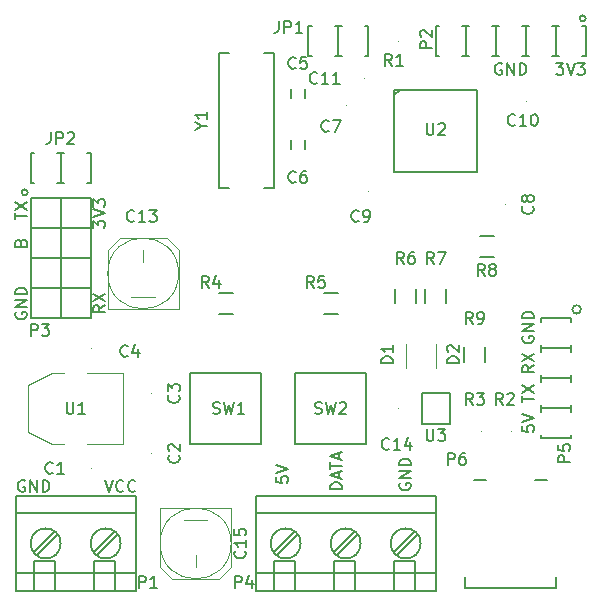
<source format=gto>
G04 #@! TF.FileFunction,Legend,Top*
%FSLAX46Y46*%
G04 Gerber Fmt 4.6, Leading zero omitted, Abs format (unit mm)*
G04 Created by KiCad (PCBNEW 4.0.2-stable) date 28/03/2016 12:56:49*
%MOMM*%
G01*
G04 APERTURE LIST*
%ADD10C,0.100000*%
%ADD11C,0.150000*%
%ADD12C,0.200000*%
G04 APERTURE END LIST*
D10*
D11*
X142228096Y-104638000D02*
X142132858Y-104590381D01*
X141990001Y-104590381D01*
X141847143Y-104638000D01*
X141751905Y-104733238D01*
X141704286Y-104828476D01*
X141656667Y-105018952D01*
X141656667Y-105161810D01*
X141704286Y-105352286D01*
X141751905Y-105447524D01*
X141847143Y-105542762D01*
X141990001Y-105590381D01*
X142085239Y-105590381D01*
X142228096Y-105542762D01*
X142275715Y-105495143D01*
X142275715Y-105161810D01*
X142085239Y-105161810D01*
X142704286Y-105590381D02*
X142704286Y-104590381D01*
X143275715Y-105590381D01*
X143275715Y-104590381D01*
X143751905Y-105590381D02*
X143751905Y-104590381D01*
X143990000Y-104590381D01*
X144132858Y-104638000D01*
X144228096Y-104733238D01*
X144275715Y-104828476D01*
X144323334Y-105018952D01*
X144323334Y-105161810D01*
X144275715Y-105352286D01*
X144228096Y-105447524D01*
X144132858Y-105542762D01*
X143990000Y-105590381D01*
X143751905Y-105590381D01*
X146831905Y-104590381D02*
X147450953Y-104590381D01*
X147117619Y-104971333D01*
X147260477Y-104971333D01*
X147355715Y-105018952D01*
X147403334Y-105066571D01*
X147450953Y-105161810D01*
X147450953Y-105399905D01*
X147403334Y-105495143D01*
X147355715Y-105542762D01*
X147260477Y-105590381D01*
X146974762Y-105590381D01*
X146879524Y-105542762D01*
X146831905Y-105495143D01*
X147736667Y-104590381D02*
X148070000Y-105590381D01*
X148403334Y-104590381D01*
X148641429Y-104590381D02*
X149260477Y-104590381D01*
X148927143Y-104971333D01*
X149070001Y-104971333D01*
X149165239Y-105018952D01*
X149212858Y-105066571D01*
X149260477Y-105161810D01*
X149260477Y-105399905D01*
X149212858Y-105495143D01*
X149165239Y-105542762D01*
X149070001Y-105590381D01*
X148784286Y-105590381D01*
X148689048Y-105542762D01*
X148641429Y-105495143D01*
D12*
X149340000Y-100820000D02*
G75*
G03X149340000Y-100820000I-254000J0D01*
G01*
X148937210Y-125458000D02*
G75*
G03X148937210Y-125458000I-359210J0D01*
G01*
X102096000Y-115552000D02*
G75*
G03X102096000Y-115552000I-254000J0D01*
G01*
D11*
X107644381Y-118568095D02*
X107644381Y-117949047D01*
X108025333Y-118282381D01*
X108025333Y-118139523D01*
X108072952Y-118044285D01*
X108120571Y-117996666D01*
X108215810Y-117949047D01*
X108453905Y-117949047D01*
X108549143Y-117996666D01*
X108596762Y-118044285D01*
X108644381Y-118139523D01*
X108644381Y-118425238D01*
X108596762Y-118520476D01*
X108549143Y-118568095D01*
X107644381Y-117663333D02*
X108644381Y-117330000D01*
X107644381Y-116996666D01*
X107644381Y-116758571D02*
X107644381Y-116139523D01*
X108025333Y-116472857D01*
X108025333Y-116329999D01*
X108072952Y-116234761D01*
X108120571Y-116187142D01*
X108215810Y-116139523D01*
X108453905Y-116139523D01*
X108549143Y-116187142D01*
X108596762Y-116234761D01*
X108644381Y-116329999D01*
X108644381Y-116615714D01*
X108596762Y-116710952D01*
X108549143Y-116758571D01*
X108644381Y-125116666D02*
X108168190Y-125450000D01*
X108644381Y-125688095D02*
X107644381Y-125688095D01*
X107644381Y-125307142D01*
X107692000Y-125211904D01*
X107739619Y-125164285D01*
X107834857Y-125116666D01*
X107977714Y-125116666D01*
X108072952Y-125164285D01*
X108120571Y-125211904D01*
X108168190Y-125307142D01*
X108168190Y-125688095D01*
X107644381Y-124783333D02*
X108644381Y-124116666D01*
X107644381Y-124116666D02*
X108644381Y-124783333D01*
X101040381Y-117837905D02*
X101040381Y-117266476D01*
X102040381Y-117552191D02*
X101040381Y-117552191D01*
X101040381Y-117028381D02*
X102040381Y-116361714D01*
X101040381Y-116361714D02*
X102040381Y-117028381D01*
X101516571Y-119798571D02*
X101564190Y-119655714D01*
X101611810Y-119608095D01*
X101707048Y-119560476D01*
X101849905Y-119560476D01*
X101945143Y-119608095D01*
X101992762Y-119655714D01*
X102040381Y-119750952D01*
X102040381Y-120131905D01*
X101040381Y-120131905D01*
X101040381Y-119798571D01*
X101088000Y-119703333D01*
X101135619Y-119655714D01*
X101230857Y-119608095D01*
X101326095Y-119608095D01*
X101421333Y-119655714D01*
X101468952Y-119703333D01*
X101516571Y-119798571D01*
X101516571Y-120131905D01*
X101088000Y-125711904D02*
X101040381Y-125807142D01*
X101040381Y-125949999D01*
X101088000Y-126092857D01*
X101183238Y-126188095D01*
X101278476Y-126235714D01*
X101468952Y-126283333D01*
X101611810Y-126283333D01*
X101802286Y-126235714D01*
X101897524Y-126188095D01*
X101992762Y-126092857D01*
X102040381Y-125949999D01*
X102040381Y-125854761D01*
X101992762Y-125711904D01*
X101945143Y-125664285D01*
X101611810Y-125664285D01*
X101611810Y-125854761D01*
X102040381Y-125235714D02*
X101040381Y-125235714D01*
X102040381Y-124664285D01*
X101040381Y-124664285D01*
X102040381Y-124188095D02*
X101040381Y-124188095D01*
X101040381Y-123950000D01*
X101088000Y-123807142D01*
X101183238Y-123711904D01*
X101278476Y-123664285D01*
X101468952Y-123616666D01*
X101611810Y-123616666D01*
X101802286Y-123664285D01*
X101897524Y-123711904D01*
X101992762Y-123807142D01*
X102040381Y-123950000D01*
X102040381Y-124188095D01*
X143966381Y-135300476D02*
X143966381Y-135776667D01*
X144442571Y-135824286D01*
X144394952Y-135776667D01*
X144347333Y-135681429D01*
X144347333Y-135443333D01*
X144394952Y-135348095D01*
X144442571Y-135300476D01*
X144537810Y-135252857D01*
X144775905Y-135252857D01*
X144871143Y-135300476D01*
X144918762Y-135348095D01*
X144966381Y-135443333D01*
X144966381Y-135681429D01*
X144918762Y-135776667D01*
X144871143Y-135824286D01*
X143966381Y-134967143D02*
X144966381Y-134633810D01*
X143966381Y-134300476D01*
X143966381Y-133331905D02*
X143966381Y-132760476D01*
X144966381Y-133046191D02*
X143966381Y-133046191D01*
X143966381Y-132522381D02*
X144966381Y-131855714D01*
X143966381Y-131855714D02*
X144966381Y-132522381D01*
X144966381Y-130196666D02*
X144490190Y-130530000D01*
X144966381Y-130768095D02*
X143966381Y-130768095D01*
X143966381Y-130387142D01*
X144014000Y-130291904D01*
X144061619Y-130244285D01*
X144156857Y-130196666D01*
X144299714Y-130196666D01*
X144394952Y-130244285D01*
X144442571Y-130291904D01*
X144490190Y-130387142D01*
X144490190Y-130768095D01*
X143966381Y-129863333D02*
X144966381Y-129196666D01*
X143966381Y-129196666D02*
X144966381Y-129863333D01*
X144014000Y-127743904D02*
X143966381Y-127839142D01*
X143966381Y-127981999D01*
X144014000Y-128124857D01*
X144109238Y-128220095D01*
X144204476Y-128267714D01*
X144394952Y-128315333D01*
X144537810Y-128315333D01*
X144728286Y-128267714D01*
X144823524Y-128220095D01*
X144918762Y-128124857D01*
X144966381Y-127981999D01*
X144966381Y-127886761D01*
X144918762Y-127743904D01*
X144871143Y-127696285D01*
X144537810Y-127696285D01*
X144537810Y-127886761D01*
X144966381Y-127267714D02*
X143966381Y-127267714D01*
X144966381Y-126696285D01*
X143966381Y-126696285D01*
X144966381Y-126220095D02*
X143966381Y-126220095D01*
X143966381Y-125982000D01*
X144014000Y-125839142D01*
X144109238Y-125743904D01*
X144204476Y-125696285D01*
X144394952Y-125648666D01*
X144537810Y-125648666D01*
X144728286Y-125696285D01*
X144823524Y-125743904D01*
X144918762Y-125839142D01*
X144966381Y-125982000D01*
X144966381Y-126220095D01*
X128710381Y-140674000D02*
X127710381Y-140674000D01*
X127710381Y-140435905D01*
X127758000Y-140293047D01*
X127853238Y-140197809D01*
X127948476Y-140150190D01*
X128138952Y-140102571D01*
X128281810Y-140102571D01*
X128472286Y-140150190D01*
X128567524Y-140197809D01*
X128662762Y-140293047D01*
X128710381Y-140435905D01*
X128710381Y-140674000D01*
X128424667Y-139721619D02*
X128424667Y-139245428D01*
X128710381Y-139816857D02*
X127710381Y-139483524D01*
X128710381Y-139150190D01*
X127710381Y-138959714D02*
X127710381Y-138388285D01*
X128710381Y-138674000D02*
X127710381Y-138674000D01*
X128424667Y-138102571D02*
X128424667Y-137626380D01*
X128710381Y-138197809D02*
X127710381Y-137864476D01*
X128710381Y-137531142D01*
X123138381Y-139618476D02*
X123138381Y-140094667D01*
X123614571Y-140142286D01*
X123566952Y-140094667D01*
X123519333Y-139999429D01*
X123519333Y-139761333D01*
X123566952Y-139666095D01*
X123614571Y-139618476D01*
X123709810Y-139570857D01*
X123947905Y-139570857D01*
X124043143Y-139618476D01*
X124090762Y-139666095D01*
X124138381Y-139761333D01*
X124138381Y-139999429D01*
X124090762Y-140094667D01*
X124043143Y-140142286D01*
X123138381Y-139285143D02*
X124138381Y-138951810D01*
X123138381Y-138618476D01*
X133600000Y-140189904D02*
X133552381Y-140285142D01*
X133552381Y-140427999D01*
X133600000Y-140570857D01*
X133695238Y-140666095D01*
X133790476Y-140713714D01*
X133980952Y-140761333D01*
X134123810Y-140761333D01*
X134314286Y-140713714D01*
X134409524Y-140666095D01*
X134504762Y-140570857D01*
X134552381Y-140427999D01*
X134552381Y-140332761D01*
X134504762Y-140189904D01*
X134457143Y-140142285D01*
X134123810Y-140142285D01*
X134123810Y-140332761D01*
X134552381Y-139713714D02*
X133552381Y-139713714D01*
X134552381Y-139142285D01*
X133552381Y-139142285D01*
X134552381Y-138666095D02*
X133552381Y-138666095D01*
X133552381Y-138428000D01*
X133600000Y-138285142D01*
X133695238Y-138189904D01*
X133790476Y-138142285D01*
X133980952Y-138094666D01*
X134123810Y-138094666D01*
X134314286Y-138142285D01*
X134409524Y-138189904D01*
X134504762Y-138285142D01*
X134552381Y-138428000D01*
X134552381Y-138666095D01*
X108636667Y-139896381D02*
X108970000Y-140896381D01*
X109303334Y-139896381D01*
X110208096Y-140801143D02*
X110160477Y-140848762D01*
X110017620Y-140896381D01*
X109922382Y-140896381D01*
X109779524Y-140848762D01*
X109684286Y-140753524D01*
X109636667Y-140658286D01*
X109589048Y-140467810D01*
X109589048Y-140324952D01*
X109636667Y-140134476D01*
X109684286Y-140039238D01*
X109779524Y-139944000D01*
X109922382Y-139896381D01*
X110017620Y-139896381D01*
X110160477Y-139944000D01*
X110208096Y-139991619D01*
X111208096Y-140801143D02*
X111160477Y-140848762D01*
X111017620Y-140896381D01*
X110922382Y-140896381D01*
X110779524Y-140848762D01*
X110684286Y-140753524D01*
X110636667Y-140658286D01*
X110589048Y-140467810D01*
X110589048Y-140324952D01*
X110636667Y-140134476D01*
X110684286Y-140039238D01*
X110779524Y-139944000D01*
X110922382Y-139896381D01*
X111017620Y-139896381D01*
X111160477Y-139944000D01*
X111208096Y-139991619D01*
X101842096Y-139944000D02*
X101746858Y-139896381D01*
X101604001Y-139896381D01*
X101461143Y-139944000D01*
X101365905Y-140039238D01*
X101318286Y-140134476D01*
X101270667Y-140324952D01*
X101270667Y-140467810D01*
X101318286Y-140658286D01*
X101365905Y-140753524D01*
X101461143Y-140848762D01*
X101604001Y-140896381D01*
X101699239Y-140896381D01*
X101842096Y-140848762D01*
X101889715Y-140801143D01*
X101889715Y-140467810D01*
X101699239Y-140467810D01*
X102318286Y-140896381D02*
X102318286Y-139896381D01*
X102889715Y-140896381D01*
X102889715Y-139896381D01*
X103365905Y-140896381D02*
X103365905Y-139896381D01*
X103604000Y-139896381D01*
X103746858Y-139944000D01*
X103842096Y-140039238D01*
X103889715Y-140134476D01*
X103937334Y-140324952D01*
X103937334Y-140467810D01*
X103889715Y-140658286D01*
X103842096Y-140753524D01*
X103746858Y-140848762D01*
X103604000Y-140896381D01*
X103365905Y-140896381D01*
D10*
X107430000Y-138920000D02*
X107430000Y-138920000D01*
X107430000Y-138920000D02*
X107430000Y-138920000D01*
X112510000Y-137650000D02*
X112510000Y-137650000D01*
X112510000Y-137650000D02*
X112510000Y-137650000D01*
X112510000Y-132570000D02*
X112510000Y-132570000D01*
X112510000Y-132570000D02*
X112510000Y-132570000D01*
X107430000Y-128760000D02*
X107430000Y-128760000D01*
X107430000Y-128760000D02*
X107430000Y-128760000D01*
X129020000Y-108186000D02*
X129020000Y-108186000D01*
X129020000Y-108186000D02*
X129020000Y-108186000D01*
X142482000Y-116568000D02*
X142482000Y-116568000D01*
X142482000Y-116568000D02*
X142482000Y-116568000D01*
X130925000Y-115425000D02*
X130925000Y-115425000D01*
X130925000Y-115425000D02*
X130925000Y-115425000D01*
X144260000Y-107805000D02*
X144260000Y-107805000D01*
X144260000Y-107805000D02*
X144260000Y-107805000D01*
X130544000Y-105900000D02*
X130544000Y-105900000D01*
X130544000Y-105900000D02*
X130544000Y-105900000D01*
D11*
X109462000Y-146794000D02*
X109462000Y-149207000D01*
X108573000Y-146794000D02*
X109462000Y-146794000D01*
X107684000Y-146794000D02*
X108573000Y-146794000D01*
X107684000Y-146794000D02*
X107684000Y-149207000D01*
X104382000Y-146794000D02*
X104382000Y-149207000D01*
X103493000Y-146794000D02*
X104382000Y-146794000D01*
X102604000Y-149207000D02*
X102604000Y-146794000D01*
X102604000Y-146794000D02*
X103493000Y-146794000D01*
X107938000Y-146286000D02*
X109716000Y-144508000D01*
X107684000Y-146032000D02*
X109462000Y-144254000D01*
X102858000Y-146286000D02*
X104636000Y-144508000D01*
X102604000Y-146032000D02*
X104382000Y-144254000D01*
X109970000Y-145270000D02*
G75*
G03X109970000Y-145270000I-1270000J0D01*
G01*
X104890000Y-145270000D02*
G75*
G03X104890000Y-145270000I-1270000J0D01*
G01*
X101080000Y-142730000D02*
X111240000Y-142730000D01*
X111240000Y-142730000D02*
X111240000Y-147810000D01*
X111240000Y-147810000D02*
X101080000Y-147810000D01*
X111240000Y-141270000D02*
X111240000Y-149270000D01*
X111240000Y-149270000D02*
X101080000Y-149270000D01*
X101080000Y-149270000D02*
X101080000Y-141270000D01*
X101080000Y-141270000D02*
X111240000Y-141270000D01*
X111240000Y-141460000D02*
X111240000Y-142730000D01*
X133084000Y-146794000D02*
X133084000Y-149207000D01*
X133084000Y-146794000D02*
X133973000Y-146794000D01*
X133973000Y-146794000D02*
X134862000Y-146794000D01*
X134862000Y-146794000D02*
X134862000Y-149207000D01*
X133338000Y-146286000D02*
X135116000Y-144508000D01*
X133084000Y-146032000D02*
X134862000Y-144254000D01*
X135370000Y-145270000D02*
G75*
G03X135370000Y-145270000I-1270000J0D01*
G01*
X131560000Y-147810000D02*
X136640000Y-147810000D01*
X131560000Y-142730000D02*
X136640000Y-142730000D01*
X136640000Y-142730000D02*
X136640000Y-141460000D01*
X129782000Y-146794000D02*
X129782000Y-149207000D01*
X128893000Y-146794000D02*
X129782000Y-146794000D01*
X128004000Y-146794000D02*
X128893000Y-146794000D01*
X128004000Y-146794000D02*
X128004000Y-149207000D01*
X124702000Y-146794000D02*
X124702000Y-149207000D01*
X123813000Y-146794000D02*
X124702000Y-146794000D01*
X122924000Y-149207000D02*
X122924000Y-146794000D01*
X122924000Y-146794000D02*
X123813000Y-146794000D01*
X128258000Y-146286000D02*
X130036000Y-144508000D01*
X128004000Y-146032000D02*
X129782000Y-144254000D01*
X123178000Y-146286000D02*
X124956000Y-144508000D01*
X122924000Y-146032000D02*
X124702000Y-144254000D01*
X130290000Y-145270000D02*
G75*
G03X130290000Y-145270000I-1270000J0D01*
G01*
X125210000Y-145270000D02*
G75*
G03X125210000Y-145270000I-1270000J0D01*
G01*
X121400000Y-142730000D02*
X131560000Y-142730000D01*
X136640000Y-141270000D02*
X136640000Y-149270000D01*
X131560000Y-147810000D02*
X121400000Y-147810000D01*
X136640000Y-149270000D02*
X121400000Y-149270000D01*
X121400000Y-149270000D02*
X121400000Y-141270000D01*
X121400000Y-141270000D02*
X136640000Y-141270000D01*
X146840000Y-149080000D02*
X146840000Y-148080000D01*
X139140000Y-149080000D02*
X139140000Y-148080000D01*
X145090000Y-139880000D02*
X146090000Y-139880000D01*
X139890000Y-139880000D02*
X140890000Y-139880000D01*
X146840000Y-149080000D02*
X139140000Y-149080000D01*
D10*
X133465000Y-102725000D02*
X133465000Y-102725000D01*
X133465000Y-102725000D02*
X133465000Y-102725000D01*
X142990000Y-135745000D02*
X142990000Y-135745000D01*
X142990000Y-135745000D02*
X142990000Y-135745000D01*
X140450000Y-135745000D02*
X140450000Y-135745000D01*
X140450000Y-135745000D02*
X140450000Y-135745000D01*
X107160000Y-136840000D02*
X110160000Y-136840000D01*
X110160000Y-136840000D02*
X110160000Y-130840000D01*
X110160000Y-130840000D02*
X107160000Y-130840000D01*
X105160000Y-136840000D02*
X104160000Y-136840000D01*
X104160000Y-136840000D02*
X102160000Y-135840000D01*
X102160000Y-135840000D02*
X102160000Y-131840000D01*
X102160000Y-131840000D02*
X104160000Y-130840000D01*
X104160000Y-130840000D02*
X105160000Y-130840000D01*
D11*
X133140000Y-107345000D02*
X133640000Y-106845000D01*
X133140000Y-106845000D02*
X133140000Y-113845000D01*
X133140000Y-113845000D02*
X140140000Y-113845000D01*
X140140000Y-106845000D02*
X133140000Y-106845000D01*
X140140000Y-106845000D02*
X140140000Y-113845000D01*
X135465000Y-132560000D02*
X137815000Y-132560000D01*
X135465000Y-135120000D02*
X137815000Y-135120000D01*
X135465000Y-132560000D02*
X135465000Y-135120000D01*
X137815000Y-132560000D02*
X137815000Y-135120000D01*
X118288000Y-115156000D02*
X119138000Y-115156000D01*
X122988000Y-115156000D02*
X122138000Y-115156000D01*
X122988000Y-103756000D02*
X122138000Y-103756000D01*
X118288000Y-103756000D02*
X119138000Y-103756000D01*
X118288000Y-103756000D02*
X118288000Y-115156000D01*
X122988000Y-103756000D02*
X122988000Y-115156000D01*
X125845000Y-103995000D02*
X126145000Y-103995000D01*
X125845000Y-101455000D02*
X126145000Y-101455000D01*
X130925000Y-101455000D02*
X130625000Y-101455000D01*
X130925000Y-103995000D02*
X130625000Y-103995000D01*
X128385000Y-103995000D02*
X128085000Y-103995000D01*
X128385000Y-103995000D02*
X128685000Y-103995000D01*
X128385000Y-101455000D02*
X128085000Y-101455000D01*
X128385000Y-103995000D02*
X128385000Y-101455000D01*
X128385000Y-101455000D02*
X128685000Y-101455000D01*
X125845000Y-101455000D02*
X125845000Y-103995000D01*
X130925000Y-103995000D02*
X130925000Y-101455000D01*
X149340000Y-103995000D02*
X149340000Y-101455000D01*
X146800000Y-101455000D02*
X146800000Y-103995000D01*
X146800000Y-103995000D02*
X147100000Y-103995000D01*
X146800000Y-101455000D02*
X147100000Y-101455000D01*
X149340000Y-103995000D02*
X149040000Y-103995000D01*
X149340000Y-101455000D02*
X149040000Y-101455000D01*
X136640000Y-101455000D02*
X136640000Y-103995000D01*
X141720000Y-103995000D02*
X141720000Y-101455000D01*
X139180000Y-103995000D02*
X138880000Y-103995000D01*
X139180000Y-101455000D02*
X139180000Y-103995000D01*
X139180000Y-103995000D02*
X139480000Y-103995000D01*
X139180000Y-101455000D02*
X138880000Y-101455000D01*
X139180000Y-101455000D02*
X139480000Y-101455000D01*
X136640000Y-101455000D02*
X136940000Y-101455000D01*
X136640000Y-103995000D02*
X136940000Y-103995000D01*
X141720000Y-103995000D02*
X141420000Y-103995000D01*
X141720000Y-101455000D02*
X141420000Y-101455000D01*
X146800000Y-101455000D02*
X146500000Y-101455000D01*
X146800000Y-103995000D02*
X146500000Y-103995000D01*
X141720000Y-103995000D02*
X142020000Y-103995000D01*
X141720000Y-101455000D02*
X142020000Y-101455000D01*
X144260000Y-101455000D02*
X144560000Y-101455000D01*
X144260000Y-101455000D02*
X143960000Y-101455000D01*
X144260000Y-103995000D02*
X144560000Y-103995000D01*
X144260000Y-101455000D02*
X144260000Y-103995000D01*
X144260000Y-103995000D02*
X143960000Y-103995000D01*
X146800000Y-103995000D02*
X146800000Y-101455000D01*
X141720000Y-101455000D02*
X141720000Y-103995000D01*
X107430000Y-118600000D02*
X107430000Y-116060000D01*
X102350000Y-116060000D02*
X102350000Y-118600000D01*
X104890000Y-116060000D02*
X105190000Y-116060000D01*
X104890000Y-118600000D02*
X104890000Y-116060000D01*
X104890000Y-116060000D02*
X104590000Y-116060000D01*
X104890000Y-118600000D02*
X105190000Y-118600000D01*
X104890000Y-118600000D02*
X104590000Y-118600000D01*
X107430000Y-118600000D02*
X107130000Y-118600000D01*
X107430000Y-116060000D02*
X107130000Y-116060000D01*
X102350000Y-116060000D02*
X102650000Y-116060000D01*
X102350000Y-118600000D02*
X102650000Y-118600000D01*
X102350000Y-118600000D02*
X107430000Y-118600000D01*
X102350000Y-116060000D02*
X102350000Y-118600000D01*
X107430000Y-116060000D02*
X102350000Y-116060000D01*
X107430000Y-118600000D02*
X102350000Y-118600000D01*
X102350000Y-118600000D02*
X102650000Y-118600000D01*
X107430000Y-118600000D02*
X107130000Y-118600000D01*
X104890000Y-118600000D02*
X104590000Y-118600000D01*
X104890000Y-118600000D02*
X105190000Y-118600000D01*
X104890000Y-123680000D02*
X105190000Y-123680000D01*
X104890000Y-123680000D02*
X104590000Y-123680000D01*
X107430000Y-123680000D02*
X107130000Y-123680000D01*
X102350000Y-123680000D02*
X102650000Y-123680000D01*
X102350000Y-123680000D02*
X107430000Y-123680000D01*
X107430000Y-123680000D02*
X102350000Y-123680000D01*
X102350000Y-123680000D02*
X102350000Y-126220000D01*
X102350000Y-126220000D02*
X107430000Y-126220000D01*
X102350000Y-126220000D02*
X102650000Y-126220000D01*
X102350000Y-123680000D02*
X102650000Y-123680000D01*
X107430000Y-123680000D02*
X107130000Y-123680000D01*
X107430000Y-126220000D02*
X107130000Y-126220000D01*
X104890000Y-126220000D02*
X104590000Y-126220000D01*
X104890000Y-126220000D02*
X105190000Y-126220000D01*
X104890000Y-123680000D02*
X104590000Y-123680000D01*
X104890000Y-126220000D02*
X104890000Y-123680000D01*
X104890000Y-123680000D02*
X105190000Y-123680000D01*
X102350000Y-123680000D02*
X102350000Y-126220000D01*
X107430000Y-126220000D02*
X107430000Y-123680000D01*
X107430000Y-123680000D02*
X107430000Y-121140000D01*
X102350000Y-121140000D02*
X102350000Y-123680000D01*
X104890000Y-121140000D02*
X105190000Y-121140000D01*
X104890000Y-123680000D02*
X104890000Y-121140000D01*
X104890000Y-121140000D02*
X104590000Y-121140000D01*
X104890000Y-123680000D02*
X105190000Y-123680000D01*
X104890000Y-123680000D02*
X104590000Y-123680000D01*
X107430000Y-123680000D02*
X107130000Y-123680000D01*
X107430000Y-121140000D02*
X107130000Y-121140000D01*
X102350000Y-121140000D02*
X102650000Y-121140000D01*
X102350000Y-123680000D02*
X102650000Y-123680000D01*
X102350000Y-123680000D02*
X107430000Y-123680000D01*
X102350000Y-121140000D02*
X102350000Y-123680000D01*
X107430000Y-121140000D02*
X102350000Y-121140000D01*
X107430000Y-118600000D02*
X102350000Y-118600000D01*
X102350000Y-118600000D02*
X102350000Y-121140000D01*
X102350000Y-121140000D02*
X107430000Y-121140000D01*
X102350000Y-121140000D02*
X102650000Y-121140000D01*
X102350000Y-118600000D02*
X102650000Y-118600000D01*
X107430000Y-118600000D02*
X107130000Y-118600000D01*
X107430000Y-121140000D02*
X107130000Y-121140000D01*
X104890000Y-121140000D02*
X104590000Y-121140000D01*
X104890000Y-121140000D02*
X105190000Y-121140000D01*
X104890000Y-118600000D02*
X104590000Y-118600000D01*
X104890000Y-121140000D02*
X104890000Y-118600000D01*
X104890000Y-118600000D02*
X105190000Y-118600000D01*
X102350000Y-118600000D02*
X102350000Y-121140000D01*
X107430000Y-121140000D02*
X107430000Y-118600000D01*
D10*
X111875000Y-124410000D02*
X111875000Y-124410000D01*
X112875000Y-124410000D02*
X110875000Y-124410000D01*
X110875000Y-124410000D02*
X112875000Y-124410000D01*
X112875000Y-124410000D02*
X110875000Y-124410000D01*
X110875000Y-124410000D02*
X112875000Y-124410000D01*
X108875000Y-125410000D02*
X114875000Y-125410000D01*
X114875000Y-125410000D02*
X114875000Y-120410000D01*
X114875000Y-120410000D02*
X113875000Y-119410000D01*
X113875000Y-119410000D02*
X109875000Y-119410000D01*
X109875000Y-119410000D02*
X108875000Y-120410000D01*
X108875000Y-120410000D02*
X108875000Y-125410000D01*
X111875000Y-120410000D02*
X111875000Y-121410000D01*
X111875000Y-121410000D02*
X111875000Y-121410000D01*
X114875000Y-122410000D02*
G75*
G03X114875000Y-122410000I-3000000J0D01*
G01*
X133465000Y-133840000D02*
X133465000Y-133840000D01*
X133465000Y-133840000D02*
X133465000Y-133840000D01*
X116320000Y-143270000D02*
X116320000Y-143270000D01*
X115320000Y-143270000D02*
X117320000Y-143270000D01*
X117320000Y-143270000D02*
X115320000Y-143270000D01*
X115320000Y-143270000D02*
X117320000Y-143270000D01*
X117320000Y-143270000D02*
X115320000Y-143270000D01*
X119320000Y-142270000D02*
X113320000Y-142270000D01*
X113320000Y-142270000D02*
X113320000Y-147270000D01*
X113320000Y-147270000D02*
X114320000Y-148270000D01*
X114320000Y-148270000D02*
X118320000Y-148270000D01*
X118320000Y-148270000D02*
X119320000Y-147270000D01*
X119320000Y-147270000D02*
X119320000Y-142270000D01*
X116320000Y-147270000D02*
X116320000Y-146270000D01*
X116320000Y-146270000D02*
X116320000Y-146270000D01*
X119320000Y-145270000D02*
G75*
G03X119320000Y-145270000I-3000000J0D01*
G01*
D11*
X102350000Y-114790000D02*
X102650000Y-114790000D01*
X102350000Y-112250000D02*
X102650000Y-112250000D01*
X107430000Y-112250000D02*
X107130000Y-112250000D01*
X107430000Y-114790000D02*
X107130000Y-114790000D01*
X104890000Y-114790000D02*
X104590000Y-114790000D01*
X104890000Y-114790000D02*
X105190000Y-114790000D01*
X104890000Y-112250000D02*
X104590000Y-112250000D01*
X104890000Y-114790000D02*
X104890000Y-112250000D01*
X104890000Y-112250000D02*
X105190000Y-112250000D01*
X102350000Y-112250000D02*
X102350000Y-114790000D01*
X107430000Y-114790000D02*
X107430000Y-112250000D01*
X118260000Y-124075000D02*
X119460000Y-124075000D01*
X119460000Y-125825000D02*
X118260000Y-125825000D01*
X127150000Y-124075000D02*
X128350000Y-124075000D01*
X128350000Y-125825000D02*
X127150000Y-125825000D01*
X115860000Y-130840000D02*
X121860000Y-130840000D01*
X121860000Y-136840000D02*
X115860000Y-136840000D01*
X115860000Y-130840000D02*
X115860000Y-136840000D01*
X121860000Y-130840000D02*
X121860000Y-136840000D01*
X124750000Y-130840000D02*
X130750000Y-130840000D01*
X130750000Y-136840000D02*
X124750000Y-136840000D01*
X124750000Y-130840000D02*
X124750000Y-136840000D01*
X130750000Y-130840000D02*
X130750000Y-136840000D01*
X134975000Y-123715000D02*
X134975000Y-124915000D01*
X133225000Y-124915000D02*
X133225000Y-123715000D01*
X137515000Y-123715000D02*
X137515000Y-124915000D01*
X135765000Y-124915000D02*
X135765000Y-123715000D01*
D10*
X134100000Y-128395000D02*
X134100000Y-130395000D01*
X134100000Y-128395000D02*
X134100000Y-130395000D01*
X134100000Y-129395000D02*
X134100000Y-129395000D01*
X134100000Y-129395000D02*
X134100000Y-129395000D01*
X134100000Y-129395000D02*
X134100000Y-129395000D01*
X134100000Y-129395000D02*
X134100000Y-129395000D01*
X134100000Y-129395000D02*
X134100000Y-129395000D01*
X134100000Y-129395000D02*
X134100000Y-129395000D01*
X134100000Y-129395000D02*
X134100000Y-129395000D01*
X136640000Y-128395000D02*
X136640000Y-130395000D01*
X136640000Y-128395000D02*
X136640000Y-130395000D01*
X136640000Y-129395000D02*
X136640000Y-129395000D01*
X136640000Y-129395000D02*
X136640000Y-129395000D01*
X136640000Y-129395000D02*
X136640000Y-129395000D01*
X136640000Y-129395000D02*
X136640000Y-129395000D01*
X136640000Y-129395000D02*
X136640000Y-129395000D01*
X136640000Y-129395000D02*
X136640000Y-129395000D01*
X136640000Y-129395000D02*
X136640000Y-129395000D01*
D11*
X125556000Y-106820000D02*
X125556000Y-107520000D01*
X124356000Y-107520000D02*
X124356000Y-106820000D01*
X125556000Y-111138000D02*
X125556000Y-111838000D01*
X124356000Y-111838000D02*
X124356000Y-111138000D01*
X145530000Y-136380000D02*
X148070000Y-136380000D01*
X148070000Y-131300000D02*
X145530000Y-131300000D01*
X148070000Y-133840000D02*
X148070000Y-134140000D01*
X145530000Y-133840000D02*
X148070000Y-133840000D01*
X148070000Y-133840000D02*
X148070000Y-133540000D01*
X145530000Y-133840000D02*
X145530000Y-134140000D01*
X145530000Y-133840000D02*
X145530000Y-133540000D01*
X145530000Y-136380000D02*
X145530000Y-136080000D01*
X148070000Y-136380000D02*
X148070000Y-136080000D01*
X148070000Y-131300000D02*
X148070000Y-131600000D01*
X145530000Y-131300000D02*
X145530000Y-131600000D01*
X145530000Y-126220000D02*
X145530000Y-126520000D01*
X148070000Y-126220000D02*
X148070000Y-126520000D01*
X148070000Y-131300000D02*
X148070000Y-131000000D01*
X145530000Y-131300000D02*
X145530000Y-131000000D01*
X145530000Y-128760000D02*
X145530000Y-128460000D01*
X145530000Y-128760000D02*
X145530000Y-129060000D01*
X148070000Y-128760000D02*
X148070000Y-128460000D01*
X145530000Y-128760000D02*
X148070000Y-128760000D01*
X148070000Y-128760000D02*
X148070000Y-129060000D01*
X148070000Y-126220000D02*
X145530000Y-126220000D01*
X145530000Y-131300000D02*
X148070000Y-131300000D01*
X141558000Y-120999000D02*
X140358000Y-120999000D01*
X140358000Y-119249000D02*
X141558000Y-119249000D01*
X139067000Y-129868000D02*
X139067000Y-128668000D01*
X140817000Y-128668000D02*
X140817000Y-129868000D01*
X104215334Y-139277143D02*
X104167715Y-139324762D01*
X104024858Y-139372381D01*
X103929620Y-139372381D01*
X103786762Y-139324762D01*
X103691524Y-139229524D01*
X103643905Y-139134286D01*
X103596286Y-138943810D01*
X103596286Y-138800952D01*
X103643905Y-138610476D01*
X103691524Y-138515238D01*
X103786762Y-138420000D01*
X103929620Y-138372381D01*
X104024858Y-138372381D01*
X104167715Y-138420000D01*
X104215334Y-138467619D01*
X105167715Y-139372381D02*
X104596286Y-139372381D01*
X104882000Y-139372381D02*
X104882000Y-138372381D01*
X104786762Y-138515238D01*
X104691524Y-138610476D01*
X104596286Y-138658095D01*
X114899143Y-137816666D02*
X114946762Y-137864285D01*
X114994381Y-138007142D01*
X114994381Y-138102380D01*
X114946762Y-138245238D01*
X114851524Y-138340476D01*
X114756286Y-138388095D01*
X114565810Y-138435714D01*
X114422952Y-138435714D01*
X114232476Y-138388095D01*
X114137238Y-138340476D01*
X114042000Y-138245238D01*
X113994381Y-138102380D01*
X113994381Y-138007142D01*
X114042000Y-137864285D01*
X114089619Y-137816666D01*
X114089619Y-137435714D02*
X114042000Y-137388095D01*
X113994381Y-137292857D01*
X113994381Y-137054761D01*
X114042000Y-136959523D01*
X114089619Y-136911904D01*
X114184857Y-136864285D01*
X114280095Y-136864285D01*
X114422952Y-136911904D01*
X114994381Y-137483333D01*
X114994381Y-136864285D01*
X114867143Y-132736666D02*
X114914762Y-132784285D01*
X114962381Y-132927142D01*
X114962381Y-133022380D01*
X114914762Y-133165238D01*
X114819524Y-133260476D01*
X114724286Y-133308095D01*
X114533810Y-133355714D01*
X114390952Y-133355714D01*
X114200476Y-133308095D01*
X114105238Y-133260476D01*
X114010000Y-133165238D01*
X113962381Y-133022380D01*
X113962381Y-132927142D01*
X114010000Y-132784285D01*
X114057619Y-132736666D01*
X113962381Y-132403333D02*
X113962381Y-131784285D01*
X114343333Y-132117619D01*
X114343333Y-131974761D01*
X114390952Y-131879523D01*
X114438571Y-131831904D01*
X114533810Y-131784285D01*
X114771905Y-131784285D01*
X114867143Y-131831904D01*
X114914762Y-131879523D01*
X114962381Y-131974761D01*
X114962381Y-132260476D01*
X114914762Y-132355714D01*
X114867143Y-132403333D01*
X110565334Y-129371143D02*
X110517715Y-129418762D01*
X110374858Y-129466381D01*
X110279620Y-129466381D01*
X110136762Y-129418762D01*
X110041524Y-129323524D01*
X109993905Y-129228286D01*
X109946286Y-129037810D01*
X109946286Y-128894952D01*
X109993905Y-128704476D01*
X110041524Y-128609238D01*
X110136762Y-128514000D01*
X110279620Y-128466381D01*
X110374858Y-128466381D01*
X110517715Y-128514000D01*
X110565334Y-128561619D01*
X111422477Y-128799714D02*
X111422477Y-129466381D01*
X111184381Y-128418762D02*
X110946286Y-129133048D01*
X111565334Y-129133048D01*
X127583334Y-110321143D02*
X127535715Y-110368762D01*
X127392858Y-110416381D01*
X127297620Y-110416381D01*
X127154762Y-110368762D01*
X127059524Y-110273524D01*
X127011905Y-110178286D01*
X126964286Y-109987810D01*
X126964286Y-109844952D01*
X127011905Y-109654476D01*
X127059524Y-109559238D01*
X127154762Y-109464000D01*
X127297620Y-109416381D01*
X127392858Y-109416381D01*
X127535715Y-109464000D01*
X127583334Y-109511619D01*
X127916667Y-109416381D02*
X128583334Y-109416381D01*
X128154762Y-110416381D01*
X144839143Y-116734666D02*
X144886762Y-116782285D01*
X144934381Y-116925142D01*
X144934381Y-117020380D01*
X144886762Y-117163238D01*
X144791524Y-117258476D01*
X144696286Y-117306095D01*
X144505810Y-117353714D01*
X144362952Y-117353714D01*
X144172476Y-117306095D01*
X144077238Y-117258476D01*
X143982000Y-117163238D01*
X143934381Y-117020380D01*
X143934381Y-116925142D01*
X143982000Y-116782285D01*
X144029619Y-116734666D01*
X144362952Y-116163238D02*
X144315333Y-116258476D01*
X144267714Y-116306095D01*
X144172476Y-116353714D01*
X144124857Y-116353714D01*
X144029619Y-116306095D01*
X143982000Y-116258476D01*
X143934381Y-116163238D01*
X143934381Y-115972761D01*
X143982000Y-115877523D01*
X144029619Y-115829904D01*
X144124857Y-115782285D01*
X144172476Y-115782285D01*
X144267714Y-115829904D01*
X144315333Y-115877523D01*
X144362952Y-115972761D01*
X144362952Y-116163238D01*
X144410571Y-116258476D01*
X144458190Y-116306095D01*
X144553429Y-116353714D01*
X144743905Y-116353714D01*
X144839143Y-116306095D01*
X144886762Y-116258476D01*
X144934381Y-116163238D01*
X144934381Y-115972761D01*
X144886762Y-115877523D01*
X144839143Y-115829904D01*
X144743905Y-115782285D01*
X144553429Y-115782285D01*
X144458190Y-115829904D01*
X144410571Y-115877523D01*
X144362952Y-115972761D01*
X130123334Y-117941143D02*
X130075715Y-117988762D01*
X129932858Y-118036381D01*
X129837620Y-118036381D01*
X129694762Y-117988762D01*
X129599524Y-117893524D01*
X129551905Y-117798286D01*
X129504286Y-117607810D01*
X129504286Y-117464952D01*
X129551905Y-117274476D01*
X129599524Y-117179238D01*
X129694762Y-117084000D01*
X129837620Y-117036381D01*
X129932858Y-117036381D01*
X130075715Y-117084000D01*
X130123334Y-117131619D01*
X130599524Y-118036381D02*
X130790000Y-118036381D01*
X130885239Y-117988762D01*
X130932858Y-117941143D01*
X131028096Y-117798286D01*
X131075715Y-117607810D01*
X131075715Y-117226857D01*
X131028096Y-117131619D01*
X130980477Y-117084000D01*
X130885239Y-117036381D01*
X130694762Y-117036381D01*
X130599524Y-117084000D01*
X130551905Y-117131619D01*
X130504286Y-117226857D01*
X130504286Y-117464952D01*
X130551905Y-117560190D01*
X130599524Y-117607810D01*
X130694762Y-117655429D01*
X130885239Y-117655429D01*
X130980477Y-117607810D01*
X131028096Y-117560190D01*
X131075715Y-117464952D01*
X143363143Y-109813143D02*
X143315524Y-109860762D01*
X143172667Y-109908381D01*
X143077429Y-109908381D01*
X142934571Y-109860762D01*
X142839333Y-109765524D01*
X142791714Y-109670286D01*
X142744095Y-109479810D01*
X142744095Y-109336952D01*
X142791714Y-109146476D01*
X142839333Y-109051238D01*
X142934571Y-108956000D01*
X143077429Y-108908381D01*
X143172667Y-108908381D01*
X143315524Y-108956000D01*
X143363143Y-109003619D01*
X144315524Y-109908381D02*
X143744095Y-109908381D01*
X144029809Y-109908381D02*
X144029809Y-108908381D01*
X143934571Y-109051238D01*
X143839333Y-109146476D01*
X143744095Y-109194095D01*
X144934571Y-108908381D02*
X145029810Y-108908381D01*
X145125048Y-108956000D01*
X145172667Y-109003619D01*
X145220286Y-109098857D01*
X145267905Y-109289333D01*
X145267905Y-109527429D01*
X145220286Y-109717905D01*
X145172667Y-109813143D01*
X145125048Y-109860762D01*
X145029810Y-109908381D01*
X144934571Y-109908381D01*
X144839333Y-109860762D01*
X144791714Y-109813143D01*
X144744095Y-109717905D01*
X144696476Y-109527429D01*
X144696476Y-109289333D01*
X144744095Y-109098857D01*
X144791714Y-109003619D01*
X144839333Y-108956000D01*
X144934571Y-108908381D01*
X126599143Y-106257143D02*
X126551524Y-106304762D01*
X126408667Y-106352381D01*
X126313429Y-106352381D01*
X126170571Y-106304762D01*
X126075333Y-106209524D01*
X126027714Y-106114286D01*
X125980095Y-105923810D01*
X125980095Y-105780952D01*
X126027714Y-105590476D01*
X126075333Y-105495238D01*
X126170571Y-105400000D01*
X126313429Y-105352381D01*
X126408667Y-105352381D01*
X126551524Y-105400000D01*
X126599143Y-105447619D01*
X127551524Y-106352381D02*
X126980095Y-106352381D01*
X127265809Y-106352381D02*
X127265809Y-105352381D01*
X127170571Y-105495238D01*
X127075333Y-105590476D01*
X126980095Y-105638095D01*
X128503905Y-106352381D02*
X127932476Y-106352381D01*
X128218190Y-106352381D02*
X128218190Y-105352381D01*
X128122952Y-105495238D01*
X128027714Y-105590476D01*
X127932476Y-105638095D01*
X111517905Y-149024381D02*
X111517905Y-148024381D01*
X111898858Y-148024381D01*
X111994096Y-148072000D01*
X112041715Y-148119619D01*
X112089334Y-148214857D01*
X112089334Y-148357714D01*
X112041715Y-148452952D01*
X111994096Y-148500571D01*
X111898858Y-148548190D01*
X111517905Y-148548190D01*
X113041715Y-149024381D02*
X112470286Y-149024381D01*
X112756000Y-149024381D02*
X112756000Y-148024381D01*
X112660762Y-148167238D01*
X112565524Y-148262476D01*
X112470286Y-148310095D01*
X119645905Y-149024381D02*
X119645905Y-148024381D01*
X120026858Y-148024381D01*
X120122096Y-148072000D01*
X120169715Y-148119619D01*
X120217334Y-148214857D01*
X120217334Y-148357714D01*
X120169715Y-148452952D01*
X120122096Y-148500571D01*
X120026858Y-148548190D01*
X119645905Y-148548190D01*
X121074477Y-148357714D02*
X121074477Y-149024381D01*
X120836381Y-147976762D02*
X120598286Y-148691048D01*
X121217334Y-148691048D01*
X137679905Y-138610381D02*
X137679905Y-137610381D01*
X138060858Y-137610381D01*
X138156096Y-137658000D01*
X138203715Y-137705619D01*
X138251334Y-137800857D01*
X138251334Y-137943714D01*
X138203715Y-138038952D01*
X138156096Y-138086571D01*
X138060858Y-138134190D01*
X137679905Y-138134190D01*
X139108477Y-137610381D02*
X138918000Y-137610381D01*
X138822762Y-137658000D01*
X138775143Y-137705619D01*
X138679905Y-137848476D01*
X138632286Y-138038952D01*
X138632286Y-138419905D01*
X138679905Y-138515143D01*
X138727524Y-138562762D01*
X138822762Y-138610381D01*
X139013239Y-138610381D01*
X139108477Y-138562762D01*
X139156096Y-138515143D01*
X139203715Y-138419905D01*
X139203715Y-138181810D01*
X139156096Y-138086571D01*
X139108477Y-138038952D01*
X139013239Y-137991333D01*
X138822762Y-137991333D01*
X138727524Y-138038952D01*
X138679905Y-138086571D01*
X138632286Y-138181810D01*
X132917334Y-104828381D02*
X132584000Y-104352190D01*
X132345905Y-104828381D02*
X132345905Y-103828381D01*
X132726858Y-103828381D01*
X132822096Y-103876000D01*
X132869715Y-103923619D01*
X132917334Y-104018857D01*
X132917334Y-104161714D01*
X132869715Y-104256952D01*
X132822096Y-104304571D01*
X132726858Y-104352190D01*
X132345905Y-104352190D01*
X133869715Y-104828381D02*
X133298286Y-104828381D01*
X133584000Y-104828381D02*
X133584000Y-103828381D01*
X133488762Y-103971238D01*
X133393524Y-104066476D01*
X133298286Y-104114095D01*
X142315334Y-133530381D02*
X141982000Y-133054190D01*
X141743905Y-133530381D02*
X141743905Y-132530381D01*
X142124858Y-132530381D01*
X142220096Y-132578000D01*
X142267715Y-132625619D01*
X142315334Y-132720857D01*
X142315334Y-132863714D01*
X142267715Y-132958952D01*
X142220096Y-133006571D01*
X142124858Y-133054190D01*
X141743905Y-133054190D01*
X142696286Y-132625619D02*
X142743905Y-132578000D01*
X142839143Y-132530381D01*
X143077239Y-132530381D01*
X143172477Y-132578000D01*
X143220096Y-132625619D01*
X143267715Y-132720857D01*
X143267715Y-132816095D01*
X143220096Y-132958952D01*
X142648667Y-133530381D01*
X143267715Y-133530381D01*
X139775334Y-133530381D02*
X139442000Y-133054190D01*
X139203905Y-133530381D02*
X139203905Y-132530381D01*
X139584858Y-132530381D01*
X139680096Y-132578000D01*
X139727715Y-132625619D01*
X139775334Y-132720857D01*
X139775334Y-132863714D01*
X139727715Y-132958952D01*
X139680096Y-133006571D01*
X139584858Y-133054190D01*
X139203905Y-133054190D01*
X140108667Y-132530381D02*
X140727715Y-132530381D01*
X140394381Y-132911333D01*
X140537239Y-132911333D01*
X140632477Y-132958952D01*
X140680096Y-133006571D01*
X140727715Y-133101810D01*
X140727715Y-133339905D01*
X140680096Y-133435143D01*
X140632477Y-133482762D01*
X140537239Y-133530381D01*
X140251524Y-133530381D01*
X140156286Y-133482762D01*
X140108667Y-133435143D01*
X105398095Y-133292381D02*
X105398095Y-134101905D01*
X105445714Y-134197143D01*
X105493333Y-134244762D01*
X105588571Y-134292381D01*
X105779048Y-134292381D01*
X105874286Y-134244762D01*
X105921905Y-134197143D01*
X105969524Y-134101905D01*
X105969524Y-133292381D01*
X106969524Y-134292381D02*
X106398095Y-134292381D01*
X106683809Y-134292381D02*
X106683809Y-133292381D01*
X106588571Y-133435238D01*
X106493333Y-133530476D01*
X106398095Y-133578095D01*
X135878095Y-109670381D02*
X135878095Y-110479905D01*
X135925714Y-110575143D01*
X135973333Y-110622762D01*
X136068571Y-110670381D01*
X136259048Y-110670381D01*
X136354286Y-110622762D01*
X136401905Y-110575143D01*
X136449524Y-110479905D01*
X136449524Y-109670381D01*
X136878095Y-109765619D02*
X136925714Y-109718000D01*
X137020952Y-109670381D01*
X137259048Y-109670381D01*
X137354286Y-109718000D01*
X137401905Y-109765619D01*
X137449524Y-109860857D01*
X137449524Y-109956095D01*
X137401905Y-110098952D01*
X136830476Y-110670381D01*
X137449524Y-110670381D01*
X135878095Y-135578381D02*
X135878095Y-136387905D01*
X135925714Y-136483143D01*
X135973333Y-136530762D01*
X136068571Y-136578381D01*
X136259048Y-136578381D01*
X136354286Y-136530762D01*
X136401905Y-136483143D01*
X136449524Y-136387905D01*
X136449524Y-135578381D01*
X136830476Y-135578381D02*
X137449524Y-135578381D01*
X137116190Y-135959333D01*
X137259048Y-135959333D01*
X137354286Y-136006952D01*
X137401905Y-136054571D01*
X137449524Y-136149810D01*
X137449524Y-136387905D01*
X137401905Y-136483143D01*
X137354286Y-136530762D01*
X137259048Y-136578381D01*
X136973333Y-136578381D01*
X136878095Y-136530762D01*
X136830476Y-136483143D01*
X116814190Y-109932191D02*
X117290381Y-109932191D01*
X116290381Y-110265524D02*
X116814190Y-109932191D01*
X116290381Y-109598857D01*
X117290381Y-108741714D02*
X117290381Y-109313143D01*
X117290381Y-109027429D02*
X116290381Y-109027429D01*
X116433238Y-109122667D01*
X116528476Y-109217905D01*
X116576095Y-109313143D01*
X123360667Y-101034381D02*
X123360667Y-101748667D01*
X123313047Y-101891524D01*
X123217809Y-101986762D01*
X123074952Y-102034381D01*
X122979714Y-102034381D01*
X123836857Y-102034381D02*
X123836857Y-101034381D01*
X124217810Y-101034381D01*
X124313048Y-101082000D01*
X124360667Y-101129619D01*
X124408286Y-101224857D01*
X124408286Y-101367714D01*
X124360667Y-101462952D01*
X124313048Y-101510571D01*
X124217810Y-101558190D01*
X123836857Y-101558190D01*
X125360667Y-102034381D02*
X124789238Y-102034381D01*
X125074952Y-102034381D02*
X125074952Y-101034381D01*
X124979714Y-101177238D01*
X124884476Y-101272476D01*
X124789238Y-101320095D01*
X136330381Y-103336095D02*
X135330381Y-103336095D01*
X135330381Y-102955142D01*
X135378000Y-102859904D01*
X135425619Y-102812285D01*
X135520857Y-102764666D01*
X135663714Y-102764666D01*
X135758952Y-102812285D01*
X135806571Y-102859904D01*
X135854190Y-102955142D01*
X135854190Y-103336095D01*
X135425619Y-102383714D02*
X135378000Y-102336095D01*
X135330381Y-102240857D01*
X135330381Y-102002761D01*
X135378000Y-101907523D01*
X135425619Y-101859904D01*
X135520857Y-101812285D01*
X135616095Y-101812285D01*
X135758952Y-101859904D01*
X136330381Y-102431333D01*
X136330381Y-101812285D01*
X102373905Y-127688381D02*
X102373905Y-126688381D01*
X102754858Y-126688381D01*
X102850096Y-126736000D01*
X102897715Y-126783619D01*
X102945334Y-126878857D01*
X102945334Y-127021714D01*
X102897715Y-127116952D01*
X102850096Y-127164571D01*
X102754858Y-127212190D01*
X102373905Y-127212190D01*
X103278667Y-126688381D02*
X103897715Y-126688381D01*
X103564381Y-127069333D01*
X103707239Y-127069333D01*
X103802477Y-127116952D01*
X103850096Y-127164571D01*
X103897715Y-127259810D01*
X103897715Y-127497905D01*
X103850096Y-127593143D01*
X103802477Y-127640762D01*
X103707239Y-127688381D01*
X103421524Y-127688381D01*
X103326286Y-127640762D01*
X103278667Y-127593143D01*
X111105143Y-117941143D02*
X111057524Y-117988762D01*
X110914667Y-118036381D01*
X110819429Y-118036381D01*
X110676571Y-117988762D01*
X110581333Y-117893524D01*
X110533714Y-117798286D01*
X110486095Y-117607810D01*
X110486095Y-117464952D01*
X110533714Y-117274476D01*
X110581333Y-117179238D01*
X110676571Y-117084000D01*
X110819429Y-117036381D01*
X110914667Y-117036381D01*
X111057524Y-117084000D01*
X111105143Y-117131619D01*
X112057524Y-118036381D02*
X111486095Y-118036381D01*
X111771809Y-118036381D02*
X111771809Y-117036381D01*
X111676571Y-117179238D01*
X111581333Y-117274476D01*
X111486095Y-117322095D01*
X112390857Y-117036381D02*
X113009905Y-117036381D01*
X112676571Y-117417333D01*
X112819429Y-117417333D01*
X112914667Y-117464952D01*
X112962286Y-117512571D01*
X113009905Y-117607810D01*
X113009905Y-117845905D01*
X112962286Y-117941143D01*
X112914667Y-117988762D01*
X112819429Y-118036381D01*
X112533714Y-118036381D01*
X112438476Y-117988762D01*
X112390857Y-117941143D01*
X132695143Y-137245143D02*
X132647524Y-137292762D01*
X132504667Y-137340381D01*
X132409429Y-137340381D01*
X132266571Y-137292762D01*
X132171333Y-137197524D01*
X132123714Y-137102286D01*
X132076095Y-136911810D01*
X132076095Y-136768952D01*
X132123714Y-136578476D01*
X132171333Y-136483238D01*
X132266571Y-136388000D01*
X132409429Y-136340381D01*
X132504667Y-136340381D01*
X132647524Y-136388000D01*
X132695143Y-136435619D01*
X133647524Y-137340381D02*
X133076095Y-137340381D01*
X133361809Y-137340381D02*
X133361809Y-136340381D01*
X133266571Y-136483238D01*
X133171333Y-136578476D01*
X133076095Y-136626095D01*
X134504667Y-136673714D02*
X134504667Y-137340381D01*
X134266571Y-136292762D02*
X134028476Y-137007048D01*
X134647524Y-137007048D01*
X120487143Y-145912857D02*
X120534762Y-145960476D01*
X120582381Y-146103333D01*
X120582381Y-146198571D01*
X120534762Y-146341429D01*
X120439524Y-146436667D01*
X120344286Y-146484286D01*
X120153810Y-146531905D01*
X120010952Y-146531905D01*
X119820476Y-146484286D01*
X119725238Y-146436667D01*
X119630000Y-146341429D01*
X119582381Y-146198571D01*
X119582381Y-146103333D01*
X119630000Y-145960476D01*
X119677619Y-145912857D01*
X120582381Y-144960476D02*
X120582381Y-145531905D01*
X120582381Y-145246191D02*
X119582381Y-145246191D01*
X119725238Y-145341429D01*
X119820476Y-145436667D01*
X119868095Y-145531905D01*
X119582381Y-144055714D02*
X119582381Y-144531905D01*
X120058571Y-144579524D01*
X120010952Y-144531905D01*
X119963333Y-144436667D01*
X119963333Y-144198571D01*
X120010952Y-144103333D01*
X120058571Y-144055714D01*
X120153810Y-144008095D01*
X120391905Y-144008095D01*
X120487143Y-144055714D01*
X120534762Y-144103333D01*
X120582381Y-144198571D01*
X120582381Y-144436667D01*
X120534762Y-144531905D01*
X120487143Y-144579524D01*
X104056667Y-110432381D02*
X104056667Y-111146667D01*
X104009047Y-111289524D01*
X103913809Y-111384762D01*
X103770952Y-111432381D01*
X103675714Y-111432381D01*
X104532857Y-111432381D02*
X104532857Y-110432381D01*
X104913810Y-110432381D01*
X105009048Y-110480000D01*
X105056667Y-110527619D01*
X105104286Y-110622857D01*
X105104286Y-110765714D01*
X105056667Y-110860952D01*
X105009048Y-110908571D01*
X104913810Y-110956190D01*
X104532857Y-110956190D01*
X105485238Y-110527619D02*
X105532857Y-110480000D01*
X105628095Y-110432381D01*
X105866191Y-110432381D01*
X105961429Y-110480000D01*
X106009048Y-110527619D01*
X106056667Y-110622857D01*
X106056667Y-110718095D01*
X106009048Y-110860952D01*
X105437619Y-111432381D01*
X106056667Y-111432381D01*
X117423334Y-123624381D02*
X117090000Y-123148190D01*
X116851905Y-123624381D02*
X116851905Y-122624381D01*
X117232858Y-122624381D01*
X117328096Y-122672000D01*
X117375715Y-122719619D01*
X117423334Y-122814857D01*
X117423334Y-122957714D01*
X117375715Y-123052952D01*
X117328096Y-123100571D01*
X117232858Y-123148190D01*
X116851905Y-123148190D01*
X118280477Y-122957714D02*
X118280477Y-123624381D01*
X118042381Y-122576762D02*
X117804286Y-123291048D01*
X118423334Y-123291048D01*
X126313334Y-123624381D02*
X125980000Y-123148190D01*
X125741905Y-123624381D02*
X125741905Y-122624381D01*
X126122858Y-122624381D01*
X126218096Y-122672000D01*
X126265715Y-122719619D01*
X126313334Y-122814857D01*
X126313334Y-122957714D01*
X126265715Y-123052952D01*
X126218096Y-123100571D01*
X126122858Y-123148190D01*
X125741905Y-123148190D01*
X127218096Y-122624381D02*
X126741905Y-122624381D01*
X126694286Y-123100571D01*
X126741905Y-123052952D01*
X126837143Y-123005333D01*
X127075239Y-123005333D01*
X127170477Y-123052952D01*
X127218096Y-123100571D01*
X127265715Y-123195810D01*
X127265715Y-123433905D01*
X127218096Y-123529143D01*
X127170477Y-123576762D01*
X127075239Y-123624381D01*
X126837143Y-123624381D01*
X126741905Y-123576762D01*
X126694286Y-123529143D01*
X117780667Y-134244762D02*
X117923524Y-134292381D01*
X118161620Y-134292381D01*
X118256858Y-134244762D01*
X118304477Y-134197143D01*
X118352096Y-134101905D01*
X118352096Y-134006667D01*
X118304477Y-133911429D01*
X118256858Y-133863810D01*
X118161620Y-133816190D01*
X117971143Y-133768571D01*
X117875905Y-133720952D01*
X117828286Y-133673333D01*
X117780667Y-133578095D01*
X117780667Y-133482857D01*
X117828286Y-133387619D01*
X117875905Y-133340000D01*
X117971143Y-133292381D01*
X118209239Y-133292381D01*
X118352096Y-133340000D01*
X118685429Y-133292381D02*
X118923524Y-134292381D01*
X119114001Y-133578095D01*
X119304477Y-134292381D01*
X119542572Y-133292381D01*
X120447334Y-134292381D02*
X119875905Y-134292381D01*
X120161619Y-134292381D02*
X120161619Y-133292381D01*
X120066381Y-133435238D01*
X119971143Y-133530476D01*
X119875905Y-133578095D01*
X126416667Y-134244762D02*
X126559524Y-134292381D01*
X126797620Y-134292381D01*
X126892858Y-134244762D01*
X126940477Y-134197143D01*
X126988096Y-134101905D01*
X126988096Y-134006667D01*
X126940477Y-133911429D01*
X126892858Y-133863810D01*
X126797620Y-133816190D01*
X126607143Y-133768571D01*
X126511905Y-133720952D01*
X126464286Y-133673333D01*
X126416667Y-133578095D01*
X126416667Y-133482857D01*
X126464286Y-133387619D01*
X126511905Y-133340000D01*
X126607143Y-133292381D01*
X126845239Y-133292381D01*
X126988096Y-133340000D01*
X127321429Y-133292381D02*
X127559524Y-134292381D01*
X127750001Y-133578095D01*
X127940477Y-134292381D01*
X128178572Y-133292381D01*
X128511905Y-133387619D02*
X128559524Y-133340000D01*
X128654762Y-133292381D01*
X128892858Y-133292381D01*
X128988096Y-133340000D01*
X129035715Y-133387619D01*
X129083334Y-133482857D01*
X129083334Y-133578095D01*
X129035715Y-133720952D01*
X128464286Y-134292381D01*
X129083334Y-134292381D01*
X133933334Y-121592381D02*
X133600000Y-121116190D01*
X133361905Y-121592381D02*
X133361905Y-120592381D01*
X133742858Y-120592381D01*
X133838096Y-120640000D01*
X133885715Y-120687619D01*
X133933334Y-120782857D01*
X133933334Y-120925714D01*
X133885715Y-121020952D01*
X133838096Y-121068571D01*
X133742858Y-121116190D01*
X133361905Y-121116190D01*
X134790477Y-120592381D02*
X134600000Y-120592381D01*
X134504762Y-120640000D01*
X134457143Y-120687619D01*
X134361905Y-120830476D01*
X134314286Y-121020952D01*
X134314286Y-121401905D01*
X134361905Y-121497143D01*
X134409524Y-121544762D01*
X134504762Y-121592381D01*
X134695239Y-121592381D01*
X134790477Y-121544762D01*
X134838096Y-121497143D01*
X134885715Y-121401905D01*
X134885715Y-121163810D01*
X134838096Y-121068571D01*
X134790477Y-121020952D01*
X134695239Y-120973333D01*
X134504762Y-120973333D01*
X134409524Y-121020952D01*
X134361905Y-121068571D01*
X134314286Y-121163810D01*
X136473334Y-121592381D02*
X136140000Y-121116190D01*
X135901905Y-121592381D02*
X135901905Y-120592381D01*
X136282858Y-120592381D01*
X136378096Y-120640000D01*
X136425715Y-120687619D01*
X136473334Y-120782857D01*
X136473334Y-120925714D01*
X136425715Y-121020952D01*
X136378096Y-121068571D01*
X136282858Y-121116190D01*
X135901905Y-121116190D01*
X136806667Y-120592381D02*
X137473334Y-120592381D01*
X137044762Y-121592381D01*
X133028381Y-130006095D02*
X132028381Y-130006095D01*
X132028381Y-129768000D01*
X132076000Y-129625142D01*
X132171238Y-129529904D01*
X132266476Y-129482285D01*
X132456952Y-129434666D01*
X132599810Y-129434666D01*
X132790286Y-129482285D01*
X132885524Y-129529904D01*
X132980762Y-129625142D01*
X133028381Y-129768000D01*
X133028381Y-130006095D01*
X133028381Y-128482285D02*
X133028381Y-129053714D01*
X133028381Y-128768000D02*
X132028381Y-128768000D01*
X132171238Y-128863238D01*
X132266476Y-128958476D01*
X132314095Y-129053714D01*
X138616381Y-130006095D02*
X137616381Y-130006095D01*
X137616381Y-129768000D01*
X137664000Y-129625142D01*
X137759238Y-129529904D01*
X137854476Y-129482285D01*
X138044952Y-129434666D01*
X138187810Y-129434666D01*
X138378286Y-129482285D01*
X138473524Y-129529904D01*
X138568762Y-129625142D01*
X138616381Y-129768000D01*
X138616381Y-130006095D01*
X137711619Y-129053714D02*
X137664000Y-129006095D01*
X137616381Y-128910857D01*
X137616381Y-128672761D01*
X137664000Y-128577523D01*
X137711619Y-128529904D01*
X137806857Y-128482285D01*
X137902095Y-128482285D01*
X138044952Y-128529904D01*
X138616381Y-129101333D01*
X138616381Y-128482285D01*
X124789334Y-104987143D02*
X124741715Y-105034762D01*
X124598858Y-105082381D01*
X124503620Y-105082381D01*
X124360762Y-105034762D01*
X124265524Y-104939524D01*
X124217905Y-104844286D01*
X124170286Y-104653810D01*
X124170286Y-104510952D01*
X124217905Y-104320476D01*
X124265524Y-104225238D01*
X124360762Y-104130000D01*
X124503620Y-104082381D01*
X124598858Y-104082381D01*
X124741715Y-104130000D01*
X124789334Y-104177619D01*
X125694096Y-104082381D02*
X125217905Y-104082381D01*
X125170286Y-104558571D01*
X125217905Y-104510952D01*
X125313143Y-104463333D01*
X125551239Y-104463333D01*
X125646477Y-104510952D01*
X125694096Y-104558571D01*
X125741715Y-104653810D01*
X125741715Y-104891905D01*
X125694096Y-104987143D01*
X125646477Y-105034762D01*
X125551239Y-105082381D01*
X125313143Y-105082381D01*
X125217905Y-105034762D01*
X125170286Y-104987143D01*
X124789334Y-114639143D02*
X124741715Y-114686762D01*
X124598858Y-114734381D01*
X124503620Y-114734381D01*
X124360762Y-114686762D01*
X124265524Y-114591524D01*
X124217905Y-114496286D01*
X124170286Y-114305810D01*
X124170286Y-114162952D01*
X124217905Y-113972476D01*
X124265524Y-113877238D01*
X124360762Y-113782000D01*
X124503620Y-113734381D01*
X124598858Y-113734381D01*
X124741715Y-113782000D01*
X124789334Y-113829619D01*
X125646477Y-113734381D02*
X125456000Y-113734381D01*
X125360762Y-113782000D01*
X125313143Y-113829619D01*
X125217905Y-113972476D01*
X125170286Y-114162952D01*
X125170286Y-114543905D01*
X125217905Y-114639143D01*
X125265524Y-114686762D01*
X125360762Y-114734381D01*
X125551239Y-114734381D01*
X125646477Y-114686762D01*
X125694096Y-114639143D01*
X125741715Y-114543905D01*
X125741715Y-114305810D01*
X125694096Y-114210571D01*
X125646477Y-114162952D01*
X125551239Y-114115333D01*
X125360762Y-114115333D01*
X125265524Y-114162952D01*
X125217905Y-114210571D01*
X125170286Y-114305810D01*
X148014381Y-138388095D02*
X147014381Y-138388095D01*
X147014381Y-138007142D01*
X147062000Y-137911904D01*
X147109619Y-137864285D01*
X147204857Y-137816666D01*
X147347714Y-137816666D01*
X147442952Y-137864285D01*
X147490571Y-137911904D01*
X147538190Y-138007142D01*
X147538190Y-138388095D01*
X147014381Y-136911904D02*
X147014381Y-137388095D01*
X147490571Y-137435714D01*
X147442952Y-137388095D01*
X147395333Y-137292857D01*
X147395333Y-137054761D01*
X147442952Y-136959523D01*
X147490571Y-136911904D01*
X147585810Y-136864285D01*
X147823905Y-136864285D01*
X147919143Y-136911904D01*
X147966762Y-136959523D01*
X148014381Y-137054761D01*
X148014381Y-137292857D01*
X147966762Y-137388095D01*
X147919143Y-137435714D01*
X140791334Y-122608381D02*
X140458000Y-122132190D01*
X140219905Y-122608381D02*
X140219905Y-121608381D01*
X140600858Y-121608381D01*
X140696096Y-121656000D01*
X140743715Y-121703619D01*
X140791334Y-121798857D01*
X140791334Y-121941714D01*
X140743715Y-122036952D01*
X140696096Y-122084571D01*
X140600858Y-122132190D01*
X140219905Y-122132190D01*
X141362762Y-122036952D02*
X141267524Y-121989333D01*
X141219905Y-121941714D01*
X141172286Y-121846476D01*
X141172286Y-121798857D01*
X141219905Y-121703619D01*
X141267524Y-121656000D01*
X141362762Y-121608381D01*
X141553239Y-121608381D01*
X141648477Y-121656000D01*
X141696096Y-121703619D01*
X141743715Y-121798857D01*
X141743715Y-121846476D01*
X141696096Y-121941714D01*
X141648477Y-121989333D01*
X141553239Y-122036952D01*
X141362762Y-122036952D01*
X141267524Y-122084571D01*
X141219905Y-122132190D01*
X141172286Y-122227429D01*
X141172286Y-122417905D01*
X141219905Y-122513143D01*
X141267524Y-122560762D01*
X141362762Y-122608381D01*
X141553239Y-122608381D01*
X141648477Y-122560762D01*
X141696096Y-122513143D01*
X141743715Y-122417905D01*
X141743715Y-122227429D01*
X141696096Y-122132190D01*
X141648477Y-122084571D01*
X141553239Y-122036952D01*
X139775334Y-126672381D02*
X139442000Y-126196190D01*
X139203905Y-126672381D02*
X139203905Y-125672381D01*
X139584858Y-125672381D01*
X139680096Y-125720000D01*
X139727715Y-125767619D01*
X139775334Y-125862857D01*
X139775334Y-126005714D01*
X139727715Y-126100952D01*
X139680096Y-126148571D01*
X139584858Y-126196190D01*
X139203905Y-126196190D01*
X140251524Y-126672381D02*
X140442000Y-126672381D01*
X140537239Y-126624762D01*
X140584858Y-126577143D01*
X140680096Y-126434286D01*
X140727715Y-126243810D01*
X140727715Y-125862857D01*
X140680096Y-125767619D01*
X140632477Y-125720000D01*
X140537239Y-125672381D01*
X140346762Y-125672381D01*
X140251524Y-125720000D01*
X140203905Y-125767619D01*
X140156286Y-125862857D01*
X140156286Y-126100952D01*
X140203905Y-126196190D01*
X140251524Y-126243810D01*
X140346762Y-126291429D01*
X140537239Y-126291429D01*
X140632477Y-126243810D01*
X140680096Y-126196190D01*
X140727715Y-126100952D01*
M02*

</source>
